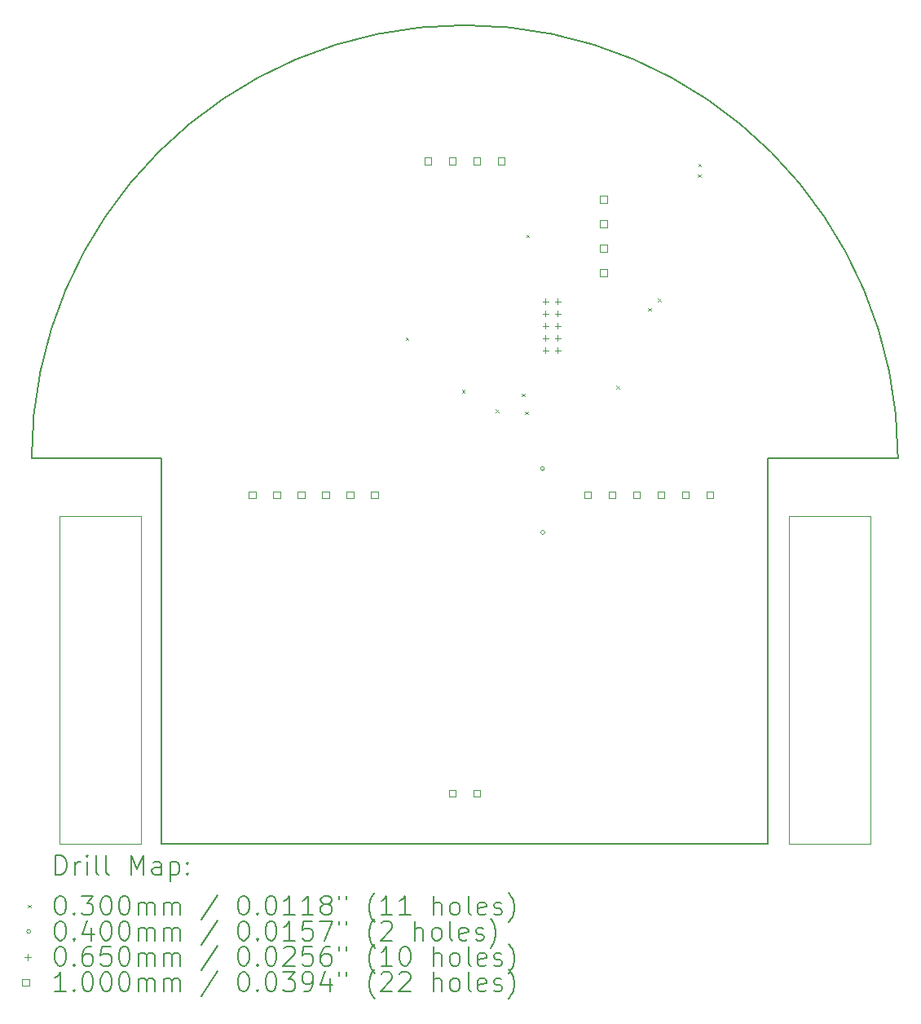
<source format=gbr>
%TF.GenerationSoftware,KiCad,Pcbnew,7.0.10*%
%TF.CreationDate,2024-02-05T11:36:40+01:00*%
%TF.ProjectId,minimouse,6d696e69-6d6f-4757-9365-2e6b69636164,rev?*%
%TF.SameCoordinates,Original*%
%TF.FileFunction,Drillmap*%
%TF.FilePolarity,Positive*%
%FSLAX45Y45*%
G04 Gerber Fmt 4.5, Leading zero omitted, Abs format (unit mm)*
G04 Created by KiCad (PCBNEW 7.0.10) date 2024-02-05 11:36:40*
%MOMM*%
%LPD*%
G01*
G04 APERTURE LIST*
%ADD10C,0.200000*%
%ADD11C,0.050000*%
%ADD12C,0.100000*%
G04 APERTURE END LIST*
D10*
X19500000Y-10000000D02*
G75*
G03*
X10500000Y-10000000I-4500000J0D01*
G01*
X18150000Y-14000000D02*
X11850000Y-14000000D01*
X11850000Y-10000000D02*
X10500000Y-10000000D01*
X18150000Y-10000000D02*
X18150000Y-14000000D01*
X19500000Y-10000000D02*
X18150000Y-10000000D01*
X11850000Y-14000000D02*
X11850000Y-10000000D01*
D11*
X10790000Y-10600000D02*
X11633000Y-10600000D01*
X11633000Y-14000000D01*
X10790000Y-14000000D01*
X10790000Y-10600000D01*
X19210000Y-14000000D02*
X18367000Y-14000000D01*
X18367000Y-10600000D01*
X19210000Y-10600000D01*
X19210000Y-14000000D01*
D10*
D12*
X14386250Y-8740750D02*
X14416250Y-8770750D01*
X14416250Y-8740750D02*
X14386250Y-8770750D01*
X14968250Y-9286750D02*
X14998250Y-9316750D01*
X14998250Y-9286750D02*
X14968250Y-9316750D01*
X15321020Y-9492786D02*
X15351020Y-9522786D01*
X15351020Y-9492786D02*
X15321020Y-9522786D01*
X15593250Y-9324750D02*
X15623250Y-9354750D01*
X15623250Y-9324750D02*
X15593250Y-9354750D01*
X15624250Y-9513750D02*
X15654250Y-9543750D01*
X15654250Y-9513750D02*
X15624250Y-9543750D01*
X15637250Y-7673750D02*
X15667250Y-7703750D01*
X15667250Y-7673750D02*
X15637250Y-7703750D01*
X16576750Y-9247250D02*
X16606750Y-9277250D01*
X16606750Y-9247250D02*
X16576750Y-9277250D01*
X16905255Y-8436745D02*
X16935255Y-8466745D01*
X16935255Y-8436745D02*
X16905255Y-8466745D01*
X17004250Y-8337750D02*
X17034250Y-8367750D01*
X17034250Y-8337750D02*
X17004250Y-8367750D01*
X17422622Y-7046750D02*
X17452622Y-7076750D01*
X17452622Y-7046750D02*
X17422622Y-7076750D01*
X17424250Y-6936750D02*
X17454250Y-6966750D01*
X17454250Y-6936750D02*
X17424250Y-6966750D01*
X15827250Y-10104750D02*
G75*
G03*
X15787250Y-10104750I-20000J0D01*
G01*
X15787250Y-10104750D02*
G75*
G03*
X15827250Y-10104750I20000J0D01*
G01*
X15831250Y-10767750D02*
G75*
G03*
X15791250Y-10767750I-20000J0D01*
G01*
X15791250Y-10767750D02*
G75*
G03*
X15831250Y-10767750I20000J0D01*
G01*
X15840250Y-8335250D02*
X15840250Y-8400250D01*
X15807750Y-8367750D02*
X15872750Y-8367750D01*
X15840250Y-8462250D02*
X15840250Y-8527250D01*
X15807750Y-8494750D02*
X15872750Y-8494750D01*
X15840250Y-8589250D02*
X15840250Y-8654250D01*
X15807750Y-8621750D02*
X15872750Y-8621750D01*
X15840250Y-8716250D02*
X15840250Y-8781250D01*
X15807750Y-8748750D02*
X15872750Y-8748750D01*
X15840250Y-8843250D02*
X15840250Y-8908250D01*
X15807750Y-8875750D02*
X15872750Y-8875750D01*
X15967250Y-8335250D02*
X15967250Y-8400250D01*
X15934750Y-8367750D02*
X15999750Y-8367750D01*
X15967250Y-8462250D02*
X15967250Y-8527250D01*
X15934750Y-8494750D02*
X15999750Y-8494750D01*
X15967250Y-8589250D02*
X15967250Y-8654250D01*
X15934750Y-8621750D02*
X15999750Y-8621750D01*
X15967250Y-8716250D02*
X15967250Y-8781250D01*
X15934750Y-8748750D02*
X15999750Y-8748750D01*
X15967250Y-8843250D02*
X15967250Y-8908250D01*
X15934750Y-8875750D02*
X15999750Y-8875750D01*
X12826606Y-10415106D02*
X12826606Y-10344394D01*
X12755894Y-10344394D01*
X12755894Y-10415106D01*
X12826606Y-10415106D01*
X13080606Y-10415106D02*
X13080606Y-10344394D01*
X13009894Y-10344394D01*
X13009894Y-10415106D01*
X13080606Y-10415106D01*
X13334606Y-10415106D02*
X13334606Y-10344394D01*
X13263894Y-10344394D01*
X13263894Y-10415106D01*
X13334606Y-10415106D01*
X13588606Y-10415106D02*
X13588606Y-10344394D01*
X13517894Y-10344394D01*
X13517894Y-10415106D01*
X13588606Y-10415106D01*
X13842606Y-10415106D02*
X13842606Y-10344394D01*
X13771894Y-10344394D01*
X13771894Y-10415106D01*
X13842606Y-10415106D01*
X14096606Y-10415106D02*
X14096606Y-10344394D01*
X14025894Y-10344394D01*
X14025894Y-10415106D01*
X14096606Y-10415106D01*
X14654356Y-6947856D02*
X14654356Y-6877144D01*
X14583644Y-6877144D01*
X14583644Y-6947856D01*
X14654356Y-6947856D01*
X14908356Y-6947856D02*
X14908356Y-6877144D01*
X14837644Y-6877144D01*
X14837644Y-6947856D01*
X14908356Y-6947856D01*
X14908356Y-13512856D02*
X14908356Y-13442144D01*
X14837644Y-13442144D01*
X14837644Y-13512856D01*
X14908356Y-13512856D01*
X15162356Y-6947856D02*
X15162356Y-6877144D01*
X15091644Y-6877144D01*
X15091644Y-6947856D01*
X15162356Y-6947856D01*
X15162356Y-13512856D02*
X15162356Y-13442144D01*
X15091644Y-13442144D01*
X15091644Y-13512856D01*
X15162356Y-13512856D01*
X15416356Y-6947856D02*
X15416356Y-6877144D01*
X15345644Y-6877144D01*
X15345644Y-6947856D01*
X15416356Y-6947856D01*
X16314356Y-10411356D02*
X16314356Y-10340644D01*
X16243644Y-10340644D01*
X16243644Y-10411356D01*
X16314356Y-10411356D01*
X16477606Y-7345106D02*
X16477606Y-7274394D01*
X16406894Y-7274394D01*
X16406894Y-7345106D01*
X16477606Y-7345106D01*
X16477606Y-7599106D02*
X16477606Y-7528394D01*
X16406894Y-7528394D01*
X16406894Y-7599106D01*
X16477606Y-7599106D01*
X16477606Y-7853106D02*
X16477606Y-7782394D01*
X16406894Y-7782394D01*
X16406894Y-7853106D01*
X16477606Y-7853106D01*
X16477606Y-8107106D02*
X16477606Y-8036394D01*
X16406894Y-8036394D01*
X16406894Y-8107106D01*
X16477606Y-8107106D01*
X16568356Y-10411356D02*
X16568356Y-10340644D01*
X16497644Y-10340644D01*
X16497644Y-10411356D01*
X16568356Y-10411356D01*
X16822356Y-10411356D02*
X16822356Y-10340644D01*
X16751644Y-10340644D01*
X16751644Y-10411356D01*
X16822356Y-10411356D01*
X17076356Y-10411356D02*
X17076356Y-10340644D01*
X17005644Y-10340644D01*
X17005644Y-10411356D01*
X17076356Y-10411356D01*
X17330356Y-10411356D02*
X17330356Y-10340644D01*
X17259644Y-10340644D01*
X17259644Y-10411356D01*
X17330356Y-10411356D01*
X17584356Y-10411356D02*
X17584356Y-10340644D01*
X17513644Y-10340644D01*
X17513644Y-10411356D01*
X17584356Y-10411356D01*
D10*
X10750777Y-14321484D02*
X10750777Y-14121484D01*
X10750777Y-14121484D02*
X10798396Y-14121484D01*
X10798396Y-14121484D02*
X10826967Y-14131008D01*
X10826967Y-14131008D02*
X10846015Y-14150055D01*
X10846015Y-14150055D02*
X10855539Y-14169103D01*
X10855539Y-14169103D02*
X10865063Y-14207198D01*
X10865063Y-14207198D02*
X10865063Y-14235769D01*
X10865063Y-14235769D02*
X10855539Y-14273865D01*
X10855539Y-14273865D02*
X10846015Y-14292912D01*
X10846015Y-14292912D02*
X10826967Y-14311960D01*
X10826967Y-14311960D02*
X10798396Y-14321484D01*
X10798396Y-14321484D02*
X10750777Y-14321484D01*
X10950777Y-14321484D02*
X10950777Y-14188150D01*
X10950777Y-14226246D02*
X10960301Y-14207198D01*
X10960301Y-14207198D02*
X10969824Y-14197674D01*
X10969824Y-14197674D02*
X10988872Y-14188150D01*
X10988872Y-14188150D02*
X11007920Y-14188150D01*
X11074586Y-14321484D02*
X11074586Y-14188150D01*
X11074586Y-14121484D02*
X11065063Y-14131008D01*
X11065063Y-14131008D02*
X11074586Y-14140531D01*
X11074586Y-14140531D02*
X11084110Y-14131008D01*
X11084110Y-14131008D02*
X11074586Y-14121484D01*
X11074586Y-14121484D02*
X11074586Y-14140531D01*
X11198396Y-14321484D02*
X11179348Y-14311960D01*
X11179348Y-14311960D02*
X11169824Y-14292912D01*
X11169824Y-14292912D02*
X11169824Y-14121484D01*
X11303158Y-14321484D02*
X11284110Y-14311960D01*
X11284110Y-14311960D02*
X11274586Y-14292912D01*
X11274586Y-14292912D02*
X11274586Y-14121484D01*
X11531729Y-14321484D02*
X11531729Y-14121484D01*
X11531729Y-14121484D02*
X11598396Y-14264341D01*
X11598396Y-14264341D02*
X11665062Y-14121484D01*
X11665062Y-14121484D02*
X11665062Y-14321484D01*
X11846015Y-14321484D02*
X11846015Y-14216722D01*
X11846015Y-14216722D02*
X11836491Y-14197674D01*
X11836491Y-14197674D02*
X11817443Y-14188150D01*
X11817443Y-14188150D02*
X11779348Y-14188150D01*
X11779348Y-14188150D02*
X11760301Y-14197674D01*
X11846015Y-14311960D02*
X11826967Y-14321484D01*
X11826967Y-14321484D02*
X11779348Y-14321484D01*
X11779348Y-14321484D02*
X11760301Y-14311960D01*
X11760301Y-14311960D02*
X11750777Y-14292912D01*
X11750777Y-14292912D02*
X11750777Y-14273865D01*
X11750777Y-14273865D02*
X11760301Y-14254817D01*
X11760301Y-14254817D02*
X11779348Y-14245293D01*
X11779348Y-14245293D02*
X11826967Y-14245293D01*
X11826967Y-14245293D02*
X11846015Y-14235769D01*
X11941253Y-14188150D02*
X11941253Y-14388150D01*
X11941253Y-14197674D02*
X11960301Y-14188150D01*
X11960301Y-14188150D02*
X11998396Y-14188150D01*
X11998396Y-14188150D02*
X12017443Y-14197674D01*
X12017443Y-14197674D02*
X12026967Y-14207198D01*
X12026967Y-14207198D02*
X12036491Y-14226246D01*
X12036491Y-14226246D02*
X12036491Y-14283388D01*
X12036491Y-14283388D02*
X12026967Y-14302436D01*
X12026967Y-14302436D02*
X12017443Y-14311960D01*
X12017443Y-14311960D02*
X11998396Y-14321484D01*
X11998396Y-14321484D02*
X11960301Y-14321484D01*
X11960301Y-14321484D02*
X11941253Y-14311960D01*
X12122205Y-14302436D02*
X12131729Y-14311960D01*
X12131729Y-14311960D02*
X12122205Y-14321484D01*
X12122205Y-14321484D02*
X12112682Y-14311960D01*
X12112682Y-14311960D02*
X12122205Y-14302436D01*
X12122205Y-14302436D02*
X12122205Y-14321484D01*
X12122205Y-14197674D02*
X12131729Y-14207198D01*
X12131729Y-14207198D02*
X12122205Y-14216722D01*
X12122205Y-14216722D02*
X12112682Y-14207198D01*
X12112682Y-14207198D02*
X12122205Y-14197674D01*
X12122205Y-14197674D02*
X12122205Y-14216722D01*
D12*
X10460000Y-14635000D02*
X10490000Y-14665000D01*
X10490000Y-14635000D02*
X10460000Y-14665000D01*
D10*
X10788872Y-14541484D02*
X10807920Y-14541484D01*
X10807920Y-14541484D02*
X10826967Y-14551008D01*
X10826967Y-14551008D02*
X10836491Y-14560531D01*
X10836491Y-14560531D02*
X10846015Y-14579579D01*
X10846015Y-14579579D02*
X10855539Y-14617674D01*
X10855539Y-14617674D02*
X10855539Y-14665293D01*
X10855539Y-14665293D02*
X10846015Y-14703388D01*
X10846015Y-14703388D02*
X10836491Y-14722436D01*
X10836491Y-14722436D02*
X10826967Y-14731960D01*
X10826967Y-14731960D02*
X10807920Y-14741484D01*
X10807920Y-14741484D02*
X10788872Y-14741484D01*
X10788872Y-14741484D02*
X10769824Y-14731960D01*
X10769824Y-14731960D02*
X10760301Y-14722436D01*
X10760301Y-14722436D02*
X10750777Y-14703388D01*
X10750777Y-14703388D02*
X10741253Y-14665293D01*
X10741253Y-14665293D02*
X10741253Y-14617674D01*
X10741253Y-14617674D02*
X10750777Y-14579579D01*
X10750777Y-14579579D02*
X10760301Y-14560531D01*
X10760301Y-14560531D02*
X10769824Y-14551008D01*
X10769824Y-14551008D02*
X10788872Y-14541484D01*
X10941253Y-14722436D02*
X10950777Y-14731960D01*
X10950777Y-14731960D02*
X10941253Y-14741484D01*
X10941253Y-14741484D02*
X10931729Y-14731960D01*
X10931729Y-14731960D02*
X10941253Y-14722436D01*
X10941253Y-14722436D02*
X10941253Y-14741484D01*
X11017444Y-14541484D02*
X11141253Y-14541484D01*
X11141253Y-14541484D02*
X11074586Y-14617674D01*
X11074586Y-14617674D02*
X11103158Y-14617674D01*
X11103158Y-14617674D02*
X11122205Y-14627198D01*
X11122205Y-14627198D02*
X11131729Y-14636722D01*
X11131729Y-14636722D02*
X11141253Y-14655769D01*
X11141253Y-14655769D02*
X11141253Y-14703388D01*
X11141253Y-14703388D02*
X11131729Y-14722436D01*
X11131729Y-14722436D02*
X11122205Y-14731960D01*
X11122205Y-14731960D02*
X11103158Y-14741484D01*
X11103158Y-14741484D02*
X11046015Y-14741484D01*
X11046015Y-14741484D02*
X11026967Y-14731960D01*
X11026967Y-14731960D02*
X11017444Y-14722436D01*
X11265062Y-14541484D02*
X11284110Y-14541484D01*
X11284110Y-14541484D02*
X11303158Y-14551008D01*
X11303158Y-14551008D02*
X11312682Y-14560531D01*
X11312682Y-14560531D02*
X11322205Y-14579579D01*
X11322205Y-14579579D02*
X11331729Y-14617674D01*
X11331729Y-14617674D02*
X11331729Y-14665293D01*
X11331729Y-14665293D02*
X11322205Y-14703388D01*
X11322205Y-14703388D02*
X11312682Y-14722436D01*
X11312682Y-14722436D02*
X11303158Y-14731960D01*
X11303158Y-14731960D02*
X11284110Y-14741484D01*
X11284110Y-14741484D02*
X11265062Y-14741484D01*
X11265062Y-14741484D02*
X11246015Y-14731960D01*
X11246015Y-14731960D02*
X11236491Y-14722436D01*
X11236491Y-14722436D02*
X11226967Y-14703388D01*
X11226967Y-14703388D02*
X11217443Y-14665293D01*
X11217443Y-14665293D02*
X11217443Y-14617674D01*
X11217443Y-14617674D02*
X11226967Y-14579579D01*
X11226967Y-14579579D02*
X11236491Y-14560531D01*
X11236491Y-14560531D02*
X11246015Y-14551008D01*
X11246015Y-14551008D02*
X11265062Y-14541484D01*
X11455539Y-14541484D02*
X11474586Y-14541484D01*
X11474586Y-14541484D02*
X11493634Y-14551008D01*
X11493634Y-14551008D02*
X11503158Y-14560531D01*
X11503158Y-14560531D02*
X11512682Y-14579579D01*
X11512682Y-14579579D02*
X11522205Y-14617674D01*
X11522205Y-14617674D02*
X11522205Y-14665293D01*
X11522205Y-14665293D02*
X11512682Y-14703388D01*
X11512682Y-14703388D02*
X11503158Y-14722436D01*
X11503158Y-14722436D02*
X11493634Y-14731960D01*
X11493634Y-14731960D02*
X11474586Y-14741484D01*
X11474586Y-14741484D02*
X11455539Y-14741484D01*
X11455539Y-14741484D02*
X11436491Y-14731960D01*
X11436491Y-14731960D02*
X11426967Y-14722436D01*
X11426967Y-14722436D02*
X11417443Y-14703388D01*
X11417443Y-14703388D02*
X11407920Y-14665293D01*
X11407920Y-14665293D02*
X11407920Y-14617674D01*
X11407920Y-14617674D02*
X11417443Y-14579579D01*
X11417443Y-14579579D02*
X11426967Y-14560531D01*
X11426967Y-14560531D02*
X11436491Y-14551008D01*
X11436491Y-14551008D02*
X11455539Y-14541484D01*
X11607920Y-14741484D02*
X11607920Y-14608150D01*
X11607920Y-14627198D02*
X11617443Y-14617674D01*
X11617443Y-14617674D02*
X11636491Y-14608150D01*
X11636491Y-14608150D02*
X11665063Y-14608150D01*
X11665063Y-14608150D02*
X11684110Y-14617674D01*
X11684110Y-14617674D02*
X11693634Y-14636722D01*
X11693634Y-14636722D02*
X11693634Y-14741484D01*
X11693634Y-14636722D02*
X11703158Y-14617674D01*
X11703158Y-14617674D02*
X11722205Y-14608150D01*
X11722205Y-14608150D02*
X11750777Y-14608150D01*
X11750777Y-14608150D02*
X11769824Y-14617674D01*
X11769824Y-14617674D02*
X11779348Y-14636722D01*
X11779348Y-14636722D02*
X11779348Y-14741484D01*
X11874586Y-14741484D02*
X11874586Y-14608150D01*
X11874586Y-14627198D02*
X11884110Y-14617674D01*
X11884110Y-14617674D02*
X11903158Y-14608150D01*
X11903158Y-14608150D02*
X11931729Y-14608150D01*
X11931729Y-14608150D02*
X11950777Y-14617674D01*
X11950777Y-14617674D02*
X11960301Y-14636722D01*
X11960301Y-14636722D02*
X11960301Y-14741484D01*
X11960301Y-14636722D02*
X11969824Y-14617674D01*
X11969824Y-14617674D02*
X11988872Y-14608150D01*
X11988872Y-14608150D02*
X12017443Y-14608150D01*
X12017443Y-14608150D02*
X12036491Y-14617674D01*
X12036491Y-14617674D02*
X12046015Y-14636722D01*
X12046015Y-14636722D02*
X12046015Y-14741484D01*
X12436491Y-14531960D02*
X12265063Y-14789103D01*
X12693634Y-14541484D02*
X12712682Y-14541484D01*
X12712682Y-14541484D02*
X12731729Y-14551008D01*
X12731729Y-14551008D02*
X12741253Y-14560531D01*
X12741253Y-14560531D02*
X12750777Y-14579579D01*
X12750777Y-14579579D02*
X12760301Y-14617674D01*
X12760301Y-14617674D02*
X12760301Y-14665293D01*
X12760301Y-14665293D02*
X12750777Y-14703388D01*
X12750777Y-14703388D02*
X12741253Y-14722436D01*
X12741253Y-14722436D02*
X12731729Y-14731960D01*
X12731729Y-14731960D02*
X12712682Y-14741484D01*
X12712682Y-14741484D02*
X12693634Y-14741484D01*
X12693634Y-14741484D02*
X12674586Y-14731960D01*
X12674586Y-14731960D02*
X12665063Y-14722436D01*
X12665063Y-14722436D02*
X12655539Y-14703388D01*
X12655539Y-14703388D02*
X12646015Y-14665293D01*
X12646015Y-14665293D02*
X12646015Y-14617674D01*
X12646015Y-14617674D02*
X12655539Y-14579579D01*
X12655539Y-14579579D02*
X12665063Y-14560531D01*
X12665063Y-14560531D02*
X12674586Y-14551008D01*
X12674586Y-14551008D02*
X12693634Y-14541484D01*
X12846015Y-14722436D02*
X12855539Y-14731960D01*
X12855539Y-14731960D02*
X12846015Y-14741484D01*
X12846015Y-14741484D02*
X12836491Y-14731960D01*
X12836491Y-14731960D02*
X12846015Y-14722436D01*
X12846015Y-14722436D02*
X12846015Y-14741484D01*
X12979348Y-14541484D02*
X12998396Y-14541484D01*
X12998396Y-14541484D02*
X13017444Y-14551008D01*
X13017444Y-14551008D02*
X13026967Y-14560531D01*
X13026967Y-14560531D02*
X13036491Y-14579579D01*
X13036491Y-14579579D02*
X13046015Y-14617674D01*
X13046015Y-14617674D02*
X13046015Y-14665293D01*
X13046015Y-14665293D02*
X13036491Y-14703388D01*
X13036491Y-14703388D02*
X13026967Y-14722436D01*
X13026967Y-14722436D02*
X13017444Y-14731960D01*
X13017444Y-14731960D02*
X12998396Y-14741484D01*
X12998396Y-14741484D02*
X12979348Y-14741484D01*
X12979348Y-14741484D02*
X12960301Y-14731960D01*
X12960301Y-14731960D02*
X12950777Y-14722436D01*
X12950777Y-14722436D02*
X12941253Y-14703388D01*
X12941253Y-14703388D02*
X12931729Y-14665293D01*
X12931729Y-14665293D02*
X12931729Y-14617674D01*
X12931729Y-14617674D02*
X12941253Y-14579579D01*
X12941253Y-14579579D02*
X12950777Y-14560531D01*
X12950777Y-14560531D02*
X12960301Y-14551008D01*
X12960301Y-14551008D02*
X12979348Y-14541484D01*
X13236491Y-14741484D02*
X13122206Y-14741484D01*
X13179348Y-14741484D02*
X13179348Y-14541484D01*
X13179348Y-14541484D02*
X13160301Y-14570055D01*
X13160301Y-14570055D02*
X13141253Y-14589103D01*
X13141253Y-14589103D02*
X13122206Y-14598627D01*
X13426967Y-14741484D02*
X13312682Y-14741484D01*
X13369825Y-14741484D02*
X13369825Y-14541484D01*
X13369825Y-14541484D02*
X13350777Y-14570055D01*
X13350777Y-14570055D02*
X13331729Y-14589103D01*
X13331729Y-14589103D02*
X13312682Y-14598627D01*
X13541253Y-14627198D02*
X13522206Y-14617674D01*
X13522206Y-14617674D02*
X13512682Y-14608150D01*
X13512682Y-14608150D02*
X13503158Y-14589103D01*
X13503158Y-14589103D02*
X13503158Y-14579579D01*
X13503158Y-14579579D02*
X13512682Y-14560531D01*
X13512682Y-14560531D02*
X13522206Y-14551008D01*
X13522206Y-14551008D02*
X13541253Y-14541484D01*
X13541253Y-14541484D02*
X13579348Y-14541484D01*
X13579348Y-14541484D02*
X13598396Y-14551008D01*
X13598396Y-14551008D02*
X13607920Y-14560531D01*
X13607920Y-14560531D02*
X13617444Y-14579579D01*
X13617444Y-14579579D02*
X13617444Y-14589103D01*
X13617444Y-14589103D02*
X13607920Y-14608150D01*
X13607920Y-14608150D02*
X13598396Y-14617674D01*
X13598396Y-14617674D02*
X13579348Y-14627198D01*
X13579348Y-14627198D02*
X13541253Y-14627198D01*
X13541253Y-14627198D02*
X13522206Y-14636722D01*
X13522206Y-14636722D02*
X13512682Y-14646246D01*
X13512682Y-14646246D02*
X13503158Y-14665293D01*
X13503158Y-14665293D02*
X13503158Y-14703388D01*
X13503158Y-14703388D02*
X13512682Y-14722436D01*
X13512682Y-14722436D02*
X13522206Y-14731960D01*
X13522206Y-14731960D02*
X13541253Y-14741484D01*
X13541253Y-14741484D02*
X13579348Y-14741484D01*
X13579348Y-14741484D02*
X13598396Y-14731960D01*
X13598396Y-14731960D02*
X13607920Y-14722436D01*
X13607920Y-14722436D02*
X13617444Y-14703388D01*
X13617444Y-14703388D02*
X13617444Y-14665293D01*
X13617444Y-14665293D02*
X13607920Y-14646246D01*
X13607920Y-14646246D02*
X13598396Y-14636722D01*
X13598396Y-14636722D02*
X13579348Y-14627198D01*
X13693634Y-14541484D02*
X13693634Y-14579579D01*
X13769825Y-14541484D02*
X13769825Y-14579579D01*
X14065063Y-14817674D02*
X14055539Y-14808150D01*
X14055539Y-14808150D02*
X14036491Y-14779579D01*
X14036491Y-14779579D02*
X14026968Y-14760531D01*
X14026968Y-14760531D02*
X14017444Y-14731960D01*
X14017444Y-14731960D02*
X14007920Y-14684341D01*
X14007920Y-14684341D02*
X14007920Y-14646246D01*
X14007920Y-14646246D02*
X14017444Y-14598627D01*
X14017444Y-14598627D02*
X14026968Y-14570055D01*
X14026968Y-14570055D02*
X14036491Y-14551008D01*
X14036491Y-14551008D02*
X14055539Y-14522436D01*
X14055539Y-14522436D02*
X14065063Y-14512912D01*
X14246015Y-14741484D02*
X14131729Y-14741484D01*
X14188872Y-14741484D02*
X14188872Y-14541484D01*
X14188872Y-14541484D02*
X14169825Y-14570055D01*
X14169825Y-14570055D02*
X14150777Y-14589103D01*
X14150777Y-14589103D02*
X14131729Y-14598627D01*
X14436491Y-14741484D02*
X14322206Y-14741484D01*
X14379348Y-14741484D02*
X14379348Y-14541484D01*
X14379348Y-14541484D02*
X14360301Y-14570055D01*
X14360301Y-14570055D02*
X14341253Y-14589103D01*
X14341253Y-14589103D02*
X14322206Y-14598627D01*
X14674587Y-14741484D02*
X14674587Y-14541484D01*
X14760301Y-14741484D02*
X14760301Y-14636722D01*
X14760301Y-14636722D02*
X14750777Y-14617674D01*
X14750777Y-14617674D02*
X14731730Y-14608150D01*
X14731730Y-14608150D02*
X14703158Y-14608150D01*
X14703158Y-14608150D02*
X14684110Y-14617674D01*
X14684110Y-14617674D02*
X14674587Y-14627198D01*
X14884110Y-14741484D02*
X14865063Y-14731960D01*
X14865063Y-14731960D02*
X14855539Y-14722436D01*
X14855539Y-14722436D02*
X14846015Y-14703388D01*
X14846015Y-14703388D02*
X14846015Y-14646246D01*
X14846015Y-14646246D02*
X14855539Y-14627198D01*
X14855539Y-14627198D02*
X14865063Y-14617674D01*
X14865063Y-14617674D02*
X14884110Y-14608150D01*
X14884110Y-14608150D02*
X14912682Y-14608150D01*
X14912682Y-14608150D02*
X14931730Y-14617674D01*
X14931730Y-14617674D02*
X14941253Y-14627198D01*
X14941253Y-14627198D02*
X14950777Y-14646246D01*
X14950777Y-14646246D02*
X14950777Y-14703388D01*
X14950777Y-14703388D02*
X14941253Y-14722436D01*
X14941253Y-14722436D02*
X14931730Y-14731960D01*
X14931730Y-14731960D02*
X14912682Y-14741484D01*
X14912682Y-14741484D02*
X14884110Y-14741484D01*
X15065063Y-14741484D02*
X15046015Y-14731960D01*
X15046015Y-14731960D02*
X15036491Y-14712912D01*
X15036491Y-14712912D02*
X15036491Y-14541484D01*
X15217444Y-14731960D02*
X15198396Y-14741484D01*
X15198396Y-14741484D02*
X15160301Y-14741484D01*
X15160301Y-14741484D02*
X15141253Y-14731960D01*
X15141253Y-14731960D02*
X15131730Y-14712912D01*
X15131730Y-14712912D02*
X15131730Y-14636722D01*
X15131730Y-14636722D02*
X15141253Y-14617674D01*
X15141253Y-14617674D02*
X15160301Y-14608150D01*
X15160301Y-14608150D02*
X15198396Y-14608150D01*
X15198396Y-14608150D02*
X15217444Y-14617674D01*
X15217444Y-14617674D02*
X15226968Y-14636722D01*
X15226968Y-14636722D02*
X15226968Y-14655769D01*
X15226968Y-14655769D02*
X15131730Y-14674817D01*
X15303158Y-14731960D02*
X15322206Y-14741484D01*
X15322206Y-14741484D02*
X15360301Y-14741484D01*
X15360301Y-14741484D02*
X15379349Y-14731960D01*
X15379349Y-14731960D02*
X15388872Y-14712912D01*
X15388872Y-14712912D02*
X15388872Y-14703388D01*
X15388872Y-14703388D02*
X15379349Y-14684341D01*
X15379349Y-14684341D02*
X15360301Y-14674817D01*
X15360301Y-14674817D02*
X15331730Y-14674817D01*
X15331730Y-14674817D02*
X15312682Y-14665293D01*
X15312682Y-14665293D02*
X15303158Y-14646246D01*
X15303158Y-14646246D02*
X15303158Y-14636722D01*
X15303158Y-14636722D02*
X15312682Y-14617674D01*
X15312682Y-14617674D02*
X15331730Y-14608150D01*
X15331730Y-14608150D02*
X15360301Y-14608150D01*
X15360301Y-14608150D02*
X15379349Y-14617674D01*
X15455539Y-14817674D02*
X15465063Y-14808150D01*
X15465063Y-14808150D02*
X15484111Y-14779579D01*
X15484111Y-14779579D02*
X15493634Y-14760531D01*
X15493634Y-14760531D02*
X15503158Y-14731960D01*
X15503158Y-14731960D02*
X15512682Y-14684341D01*
X15512682Y-14684341D02*
X15512682Y-14646246D01*
X15512682Y-14646246D02*
X15503158Y-14598627D01*
X15503158Y-14598627D02*
X15493634Y-14570055D01*
X15493634Y-14570055D02*
X15484111Y-14551008D01*
X15484111Y-14551008D02*
X15465063Y-14522436D01*
X15465063Y-14522436D02*
X15455539Y-14512912D01*
D12*
X10490000Y-14914000D02*
G75*
G03*
X10450000Y-14914000I-20000J0D01*
G01*
X10450000Y-14914000D02*
G75*
G03*
X10490000Y-14914000I20000J0D01*
G01*
D10*
X10788872Y-14805484D02*
X10807920Y-14805484D01*
X10807920Y-14805484D02*
X10826967Y-14815008D01*
X10826967Y-14815008D02*
X10836491Y-14824531D01*
X10836491Y-14824531D02*
X10846015Y-14843579D01*
X10846015Y-14843579D02*
X10855539Y-14881674D01*
X10855539Y-14881674D02*
X10855539Y-14929293D01*
X10855539Y-14929293D02*
X10846015Y-14967388D01*
X10846015Y-14967388D02*
X10836491Y-14986436D01*
X10836491Y-14986436D02*
X10826967Y-14995960D01*
X10826967Y-14995960D02*
X10807920Y-15005484D01*
X10807920Y-15005484D02*
X10788872Y-15005484D01*
X10788872Y-15005484D02*
X10769824Y-14995960D01*
X10769824Y-14995960D02*
X10760301Y-14986436D01*
X10760301Y-14986436D02*
X10750777Y-14967388D01*
X10750777Y-14967388D02*
X10741253Y-14929293D01*
X10741253Y-14929293D02*
X10741253Y-14881674D01*
X10741253Y-14881674D02*
X10750777Y-14843579D01*
X10750777Y-14843579D02*
X10760301Y-14824531D01*
X10760301Y-14824531D02*
X10769824Y-14815008D01*
X10769824Y-14815008D02*
X10788872Y-14805484D01*
X10941253Y-14986436D02*
X10950777Y-14995960D01*
X10950777Y-14995960D02*
X10941253Y-15005484D01*
X10941253Y-15005484D02*
X10931729Y-14995960D01*
X10931729Y-14995960D02*
X10941253Y-14986436D01*
X10941253Y-14986436D02*
X10941253Y-15005484D01*
X11122205Y-14872150D02*
X11122205Y-15005484D01*
X11074586Y-14795960D02*
X11026967Y-14938817D01*
X11026967Y-14938817D02*
X11150777Y-14938817D01*
X11265062Y-14805484D02*
X11284110Y-14805484D01*
X11284110Y-14805484D02*
X11303158Y-14815008D01*
X11303158Y-14815008D02*
X11312682Y-14824531D01*
X11312682Y-14824531D02*
X11322205Y-14843579D01*
X11322205Y-14843579D02*
X11331729Y-14881674D01*
X11331729Y-14881674D02*
X11331729Y-14929293D01*
X11331729Y-14929293D02*
X11322205Y-14967388D01*
X11322205Y-14967388D02*
X11312682Y-14986436D01*
X11312682Y-14986436D02*
X11303158Y-14995960D01*
X11303158Y-14995960D02*
X11284110Y-15005484D01*
X11284110Y-15005484D02*
X11265062Y-15005484D01*
X11265062Y-15005484D02*
X11246015Y-14995960D01*
X11246015Y-14995960D02*
X11236491Y-14986436D01*
X11236491Y-14986436D02*
X11226967Y-14967388D01*
X11226967Y-14967388D02*
X11217443Y-14929293D01*
X11217443Y-14929293D02*
X11217443Y-14881674D01*
X11217443Y-14881674D02*
X11226967Y-14843579D01*
X11226967Y-14843579D02*
X11236491Y-14824531D01*
X11236491Y-14824531D02*
X11246015Y-14815008D01*
X11246015Y-14815008D02*
X11265062Y-14805484D01*
X11455539Y-14805484D02*
X11474586Y-14805484D01*
X11474586Y-14805484D02*
X11493634Y-14815008D01*
X11493634Y-14815008D02*
X11503158Y-14824531D01*
X11503158Y-14824531D02*
X11512682Y-14843579D01*
X11512682Y-14843579D02*
X11522205Y-14881674D01*
X11522205Y-14881674D02*
X11522205Y-14929293D01*
X11522205Y-14929293D02*
X11512682Y-14967388D01*
X11512682Y-14967388D02*
X11503158Y-14986436D01*
X11503158Y-14986436D02*
X11493634Y-14995960D01*
X11493634Y-14995960D02*
X11474586Y-15005484D01*
X11474586Y-15005484D02*
X11455539Y-15005484D01*
X11455539Y-15005484D02*
X11436491Y-14995960D01*
X11436491Y-14995960D02*
X11426967Y-14986436D01*
X11426967Y-14986436D02*
X11417443Y-14967388D01*
X11417443Y-14967388D02*
X11407920Y-14929293D01*
X11407920Y-14929293D02*
X11407920Y-14881674D01*
X11407920Y-14881674D02*
X11417443Y-14843579D01*
X11417443Y-14843579D02*
X11426967Y-14824531D01*
X11426967Y-14824531D02*
X11436491Y-14815008D01*
X11436491Y-14815008D02*
X11455539Y-14805484D01*
X11607920Y-15005484D02*
X11607920Y-14872150D01*
X11607920Y-14891198D02*
X11617443Y-14881674D01*
X11617443Y-14881674D02*
X11636491Y-14872150D01*
X11636491Y-14872150D02*
X11665063Y-14872150D01*
X11665063Y-14872150D02*
X11684110Y-14881674D01*
X11684110Y-14881674D02*
X11693634Y-14900722D01*
X11693634Y-14900722D02*
X11693634Y-15005484D01*
X11693634Y-14900722D02*
X11703158Y-14881674D01*
X11703158Y-14881674D02*
X11722205Y-14872150D01*
X11722205Y-14872150D02*
X11750777Y-14872150D01*
X11750777Y-14872150D02*
X11769824Y-14881674D01*
X11769824Y-14881674D02*
X11779348Y-14900722D01*
X11779348Y-14900722D02*
X11779348Y-15005484D01*
X11874586Y-15005484D02*
X11874586Y-14872150D01*
X11874586Y-14891198D02*
X11884110Y-14881674D01*
X11884110Y-14881674D02*
X11903158Y-14872150D01*
X11903158Y-14872150D02*
X11931729Y-14872150D01*
X11931729Y-14872150D02*
X11950777Y-14881674D01*
X11950777Y-14881674D02*
X11960301Y-14900722D01*
X11960301Y-14900722D02*
X11960301Y-15005484D01*
X11960301Y-14900722D02*
X11969824Y-14881674D01*
X11969824Y-14881674D02*
X11988872Y-14872150D01*
X11988872Y-14872150D02*
X12017443Y-14872150D01*
X12017443Y-14872150D02*
X12036491Y-14881674D01*
X12036491Y-14881674D02*
X12046015Y-14900722D01*
X12046015Y-14900722D02*
X12046015Y-15005484D01*
X12436491Y-14795960D02*
X12265063Y-15053103D01*
X12693634Y-14805484D02*
X12712682Y-14805484D01*
X12712682Y-14805484D02*
X12731729Y-14815008D01*
X12731729Y-14815008D02*
X12741253Y-14824531D01*
X12741253Y-14824531D02*
X12750777Y-14843579D01*
X12750777Y-14843579D02*
X12760301Y-14881674D01*
X12760301Y-14881674D02*
X12760301Y-14929293D01*
X12760301Y-14929293D02*
X12750777Y-14967388D01*
X12750777Y-14967388D02*
X12741253Y-14986436D01*
X12741253Y-14986436D02*
X12731729Y-14995960D01*
X12731729Y-14995960D02*
X12712682Y-15005484D01*
X12712682Y-15005484D02*
X12693634Y-15005484D01*
X12693634Y-15005484D02*
X12674586Y-14995960D01*
X12674586Y-14995960D02*
X12665063Y-14986436D01*
X12665063Y-14986436D02*
X12655539Y-14967388D01*
X12655539Y-14967388D02*
X12646015Y-14929293D01*
X12646015Y-14929293D02*
X12646015Y-14881674D01*
X12646015Y-14881674D02*
X12655539Y-14843579D01*
X12655539Y-14843579D02*
X12665063Y-14824531D01*
X12665063Y-14824531D02*
X12674586Y-14815008D01*
X12674586Y-14815008D02*
X12693634Y-14805484D01*
X12846015Y-14986436D02*
X12855539Y-14995960D01*
X12855539Y-14995960D02*
X12846015Y-15005484D01*
X12846015Y-15005484D02*
X12836491Y-14995960D01*
X12836491Y-14995960D02*
X12846015Y-14986436D01*
X12846015Y-14986436D02*
X12846015Y-15005484D01*
X12979348Y-14805484D02*
X12998396Y-14805484D01*
X12998396Y-14805484D02*
X13017444Y-14815008D01*
X13017444Y-14815008D02*
X13026967Y-14824531D01*
X13026967Y-14824531D02*
X13036491Y-14843579D01*
X13036491Y-14843579D02*
X13046015Y-14881674D01*
X13046015Y-14881674D02*
X13046015Y-14929293D01*
X13046015Y-14929293D02*
X13036491Y-14967388D01*
X13036491Y-14967388D02*
X13026967Y-14986436D01*
X13026967Y-14986436D02*
X13017444Y-14995960D01*
X13017444Y-14995960D02*
X12998396Y-15005484D01*
X12998396Y-15005484D02*
X12979348Y-15005484D01*
X12979348Y-15005484D02*
X12960301Y-14995960D01*
X12960301Y-14995960D02*
X12950777Y-14986436D01*
X12950777Y-14986436D02*
X12941253Y-14967388D01*
X12941253Y-14967388D02*
X12931729Y-14929293D01*
X12931729Y-14929293D02*
X12931729Y-14881674D01*
X12931729Y-14881674D02*
X12941253Y-14843579D01*
X12941253Y-14843579D02*
X12950777Y-14824531D01*
X12950777Y-14824531D02*
X12960301Y-14815008D01*
X12960301Y-14815008D02*
X12979348Y-14805484D01*
X13236491Y-15005484D02*
X13122206Y-15005484D01*
X13179348Y-15005484D02*
X13179348Y-14805484D01*
X13179348Y-14805484D02*
X13160301Y-14834055D01*
X13160301Y-14834055D02*
X13141253Y-14853103D01*
X13141253Y-14853103D02*
X13122206Y-14862627D01*
X13417444Y-14805484D02*
X13322206Y-14805484D01*
X13322206Y-14805484D02*
X13312682Y-14900722D01*
X13312682Y-14900722D02*
X13322206Y-14891198D01*
X13322206Y-14891198D02*
X13341253Y-14881674D01*
X13341253Y-14881674D02*
X13388872Y-14881674D01*
X13388872Y-14881674D02*
X13407920Y-14891198D01*
X13407920Y-14891198D02*
X13417444Y-14900722D01*
X13417444Y-14900722D02*
X13426967Y-14919769D01*
X13426967Y-14919769D02*
X13426967Y-14967388D01*
X13426967Y-14967388D02*
X13417444Y-14986436D01*
X13417444Y-14986436D02*
X13407920Y-14995960D01*
X13407920Y-14995960D02*
X13388872Y-15005484D01*
X13388872Y-15005484D02*
X13341253Y-15005484D01*
X13341253Y-15005484D02*
X13322206Y-14995960D01*
X13322206Y-14995960D02*
X13312682Y-14986436D01*
X13493634Y-14805484D02*
X13626967Y-14805484D01*
X13626967Y-14805484D02*
X13541253Y-15005484D01*
X13693634Y-14805484D02*
X13693634Y-14843579D01*
X13769825Y-14805484D02*
X13769825Y-14843579D01*
X14065063Y-15081674D02*
X14055539Y-15072150D01*
X14055539Y-15072150D02*
X14036491Y-15043579D01*
X14036491Y-15043579D02*
X14026968Y-15024531D01*
X14026968Y-15024531D02*
X14017444Y-14995960D01*
X14017444Y-14995960D02*
X14007920Y-14948341D01*
X14007920Y-14948341D02*
X14007920Y-14910246D01*
X14007920Y-14910246D02*
X14017444Y-14862627D01*
X14017444Y-14862627D02*
X14026968Y-14834055D01*
X14026968Y-14834055D02*
X14036491Y-14815008D01*
X14036491Y-14815008D02*
X14055539Y-14786436D01*
X14055539Y-14786436D02*
X14065063Y-14776912D01*
X14131729Y-14824531D02*
X14141253Y-14815008D01*
X14141253Y-14815008D02*
X14160301Y-14805484D01*
X14160301Y-14805484D02*
X14207920Y-14805484D01*
X14207920Y-14805484D02*
X14226968Y-14815008D01*
X14226968Y-14815008D02*
X14236491Y-14824531D01*
X14236491Y-14824531D02*
X14246015Y-14843579D01*
X14246015Y-14843579D02*
X14246015Y-14862627D01*
X14246015Y-14862627D02*
X14236491Y-14891198D01*
X14236491Y-14891198D02*
X14122206Y-15005484D01*
X14122206Y-15005484D02*
X14246015Y-15005484D01*
X14484110Y-15005484D02*
X14484110Y-14805484D01*
X14569825Y-15005484D02*
X14569825Y-14900722D01*
X14569825Y-14900722D02*
X14560301Y-14881674D01*
X14560301Y-14881674D02*
X14541253Y-14872150D01*
X14541253Y-14872150D02*
X14512682Y-14872150D01*
X14512682Y-14872150D02*
X14493634Y-14881674D01*
X14493634Y-14881674D02*
X14484110Y-14891198D01*
X14693634Y-15005484D02*
X14674587Y-14995960D01*
X14674587Y-14995960D02*
X14665063Y-14986436D01*
X14665063Y-14986436D02*
X14655539Y-14967388D01*
X14655539Y-14967388D02*
X14655539Y-14910246D01*
X14655539Y-14910246D02*
X14665063Y-14891198D01*
X14665063Y-14891198D02*
X14674587Y-14881674D01*
X14674587Y-14881674D02*
X14693634Y-14872150D01*
X14693634Y-14872150D02*
X14722206Y-14872150D01*
X14722206Y-14872150D02*
X14741253Y-14881674D01*
X14741253Y-14881674D02*
X14750777Y-14891198D01*
X14750777Y-14891198D02*
X14760301Y-14910246D01*
X14760301Y-14910246D02*
X14760301Y-14967388D01*
X14760301Y-14967388D02*
X14750777Y-14986436D01*
X14750777Y-14986436D02*
X14741253Y-14995960D01*
X14741253Y-14995960D02*
X14722206Y-15005484D01*
X14722206Y-15005484D02*
X14693634Y-15005484D01*
X14874587Y-15005484D02*
X14855539Y-14995960D01*
X14855539Y-14995960D02*
X14846015Y-14976912D01*
X14846015Y-14976912D02*
X14846015Y-14805484D01*
X15026968Y-14995960D02*
X15007920Y-15005484D01*
X15007920Y-15005484D02*
X14969825Y-15005484D01*
X14969825Y-15005484D02*
X14950777Y-14995960D01*
X14950777Y-14995960D02*
X14941253Y-14976912D01*
X14941253Y-14976912D02*
X14941253Y-14900722D01*
X14941253Y-14900722D02*
X14950777Y-14881674D01*
X14950777Y-14881674D02*
X14969825Y-14872150D01*
X14969825Y-14872150D02*
X15007920Y-14872150D01*
X15007920Y-14872150D02*
X15026968Y-14881674D01*
X15026968Y-14881674D02*
X15036491Y-14900722D01*
X15036491Y-14900722D02*
X15036491Y-14919769D01*
X15036491Y-14919769D02*
X14941253Y-14938817D01*
X15112682Y-14995960D02*
X15131730Y-15005484D01*
X15131730Y-15005484D02*
X15169825Y-15005484D01*
X15169825Y-15005484D02*
X15188872Y-14995960D01*
X15188872Y-14995960D02*
X15198396Y-14976912D01*
X15198396Y-14976912D02*
X15198396Y-14967388D01*
X15198396Y-14967388D02*
X15188872Y-14948341D01*
X15188872Y-14948341D02*
X15169825Y-14938817D01*
X15169825Y-14938817D02*
X15141253Y-14938817D01*
X15141253Y-14938817D02*
X15122206Y-14929293D01*
X15122206Y-14929293D02*
X15112682Y-14910246D01*
X15112682Y-14910246D02*
X15112682Y-14900722D01*
X15112682Y-14900722D02*
X15122206Y-14881674D01*
X15122206Y-14881674D02*
X15141253Y-14872150D01*
X15141253Y-14872150D02*
X15169825Y-14872150D01*
X15169825Y-14872150D02*
X15188872Y-14881674D01*
X15265063Y-15081674D02*
X15274587Y-15072150D01*
X15274587Y-15072150D02*
X15293634Y-15043579D01*
X15293634Y-15043579D02*
X15303158Y-15024531D01*
X15303158Y-15024531D02*
X15312682Y-14995960D01*
X15312682Y-14995960D02*
X15322206Y-14948341D01*
X15322206Y-14948341D02*
X15322206Y-14910246D01*
X15322206Y-14910246D02*
X15312682Y-14862627D01*
X15312682Y-14862627D02*
X15303158Y-14834055D01*
X15303158Y-14834055D02*
X15293634Y-14815008D01*
X15293634Y-14815008D02*
X15274587Y-14786436D01*
X15274587Y-14786436D02*
X15265063Y-14776912D01*
D12*
X10457500Y-15145500D02*
X10457500Y-15210500D01*
X10425000Y-15178000D02*
X10490000Y-15178000D01*
D10*
X10788872Y-15069484D02*
X10807920Y-15069484D01*
X10807920Y-15069484D02*
X10826967Y-15079008D01*
X10826967Y-15079008D02*
X10836491Y-15088531D01*
X10836491Y-15088531D02*
X10846015Y-15107579D01*
X10846015Y-15107579D02*
X10855539Y-15145674D01*
X10855539Y-15145674D02*
X10855539Y-15193293D01*
X10855539Y-15193293D02*
X10846015Y-15231388D01*
X10846015Y-15231388D02*
X10836491Y-15250436D01*
X10836491Y-15250436D02*
X10826967Y-15259960D01*
X10826967Y-15259960D02*
X10807920Y-15269484D01*
X10807920Y-15269484D02*
X10788872Y-15269484D01*
X10788872Y-15269484D02*
X10769824Y-15259960D01*
X10769824Y-15259960D02*
X10760301Y-15250436D01*
X10760301Y-15250436D02*
X10750777Y-15231388D01*
X10750777Y-15231388D02*
X10741253Y-15193293D01*
X10741253Y-15193293D02*
X10741253Y-15145674D01*
X10741253Y-15145674D02*
X10750777Y-15107579D01*
X10750777Y-15107579D02*
X10760301Y-15088531D01*
X10760301Y-15088531D02*
X10769824Y-15079008D01*
X10769824Y-15079008D02*
X10788872Y-15069484D01*
X10941253Y-15250436D02*
X10950777Y-15259960D01*
X10950777Y-15259960D02*
X10941253Y-15269484D01*
X10941253Y-15269484D02*
X10931729Y-15259960D01*
X10931729Y-15259960D02*
X10941253Y-15250436D01*
X10941253Y-15250436D02*
X10941253Y-15269484D01*
X11122205Y-15069484D02*
X11084110Y-15069484D01*
X11084110Y-15069484D02*
X11065063Y-15079008D01*
X11065063Y-15079008D02*
X11055539Y-15088531D01*
X11055539Y-15088531D02*
X11036491Y-15117103D01*
X11036491Y-15117103D02*
X11026967Y-15155198D01*
X11026967Y-15155198D02*
X11026967Y-15231388D01*
X11026967Y-15231388D02*
X11036491Y-15250436D01*
X11036491Y-15250436D02*
X11046015Y-15259960D01*
X11046015Y-15259960D02*
X11065063Y-15269484D01*
X11065063Y-15269484D02*
X11103158Y-15269484D01*
X11103158Y-15269484D02*
X11122205Y-15259960D01*
X11122205Y-15259960D02*
X11131729Y-15250436D01*
X11131729Y-15250436D02*
X11141253Y-15231388D01*
X11141253Y-15231388D02*
X11141253Y-15183769D01*
X11141253Y-15183769D02*
X11131729Y-15164722D01*
X11131729Y-15164722D02*
X11122205Y-15155198D01*
X11122205Y-15155198D02*
X11103158Y-15145674D01*
X11103158Y-15145674D02*
X11065063Y-15145674D01*
X11065063Y-15145674D02*
X11046015Y-15155198D01*
X11046015Y-15155198D02*
X11036491Y-15164722D01*
X11036491Y-15164722D02*
X11026967Y-15183769D01*
X11322205Y-15069484D02*
X11226967Y-15069484D01*
X11226967Y-15069484D02*
X11217443Y-15164722D01*
X11217443Y-15164722D02*
X11226967Y-15155198D01*
X11226967Y-15155198D02*
X11246015Y-15145674D01*
X11246015Y-15145674D02*
X11293634Y-15145674D01*
X11293634Y-15145674D02*
X11312682Y-15155198D01*
X11312682Y-15155198D02*
X11322205Y-15164722D01*
X11322205Y-15164722D02*
X11331729Y-15183769D01*
X11331729Y-15183769D02*
X11331729Y-15231388D01*
X11331729Y-15231388D02*
X11322205Y-15250436D01*
X11322205Y-15250436D02*
X11312682Y-15259960D01*
X11312682Y-15259960D02*
X11293634Y-15269484D01*
X11293634Y-15269484D02*
X11246015Y-15269484D01*
X11246015Y-15269484D02*
X11226967Y-15259960D01*
X11226967Y-15259960D02*
X11217443Y-15250436D01*
X11455539Y-15069484D02*
X11474586Y-15069484D01*
X11474586Y-15069484D02*
X11493634Y-15079008D01*
X11493634Y-15079008D02*
X11503158Y-15088531D01*
X11503158Y-15088531D02*
X11512682Y-15107579D01*
X11512682Y-15107579D02*
X11522205Y-15145674D01*
X11522205Y-15145674D02*
X11522205Y-15193293D01*
X11522205Y-15193293D02*
X11512682Y-15231388D01*
X11512682Y-15231388D02*
X11503158Y-15250436D01*
X11503158Y-15250436D02*
X11493634Y-15259960D01*
X11493634Y-15259960D02*
X11474586Y-15269484D01*
X11474586Y-15269484D02*
X11455539Y-15269484D01*
X11455539Y-15269484D02*
X11436491Y-15259960D01*
X11436491Y-15259960D02*
X11426967Y-15250436D01*
X11426967Y-15250436D02*
X11417443Y-15231388D01*
X11417443Y-15231388D02*
X11407920Y-15193293D01*
X11407920Y-15193293D02*
X11407920Y-15145674D01*
X11407920Y-15145674D02*
X11417443Y-15107579D01*
X11417443Y-15107579D02*
X11426967Y-15088531D01*
X11426967Y-15088531D02*
X11436491Y-15079008D01*
X11436491Y-15079008D02*
X11455539Y-15069484D01*
X11607920Y-15269484D02*
X11607920Y-15136150D01*
X11607920Y-15155198D02*
X11617443Y-15145674D01*
X11617443Y-15145674D02*
X11636491Y-15136150D01*
X11636491Y-15136150D02*
X11665063Y-15136150D01*
X11665063Y-15136150D02*
X11684110Y-15145674D01*
X11684110Y-15145674D02*
X11693634Y-15164722D01*
X11693634Y-15164722D02*
X11693634Y-15269484D01*
X11693634Y-15164722D02*
X11703158Y-15145674D01*
X11703158Y-15145674D02*
X11722205Y-15136150D01*
X11722205Y-15136150D02*
X11750777Y-15136150D01*
X11750777Y-15136150D02*
X11769824Y-15145674D01*
X11769824Y-15145674D02*
X11779348Y-15164722D01*
X11779348Y-15164722D02*
X11779348Y-15269484D01*
X11874586Y-15269484D02*
X11874586Y-15136150D01*
X11874586Y-15155198D02*
X11884110Y-15145674D01*
X11884110Y-15145674D02*
X11903158Y-15136150D01*
X11903158Y-15136150D02*
X11931729Y-15136150D01*
X11931729Y-15136150D02*
X11950777Y-15145674D01*
X11950777Y-15145674D02*
X11960301Y-15164722D01*
X11960301Y-15164722D02*
X11960301Y-15269484D01*
X11960301Y-15164722D02*
X11969824Y-15145674D01*
X11969824Y-15145674D02*
X11988872Y-15136150D01*
X11988872Y-15136150D02*
X12017443Y-15136150D01*
X12017443Y-15136150D02*
X12036491Y-15145674D01*
X12036491Y-15145674D02*
X12046015Y-15164722D01*
X12046015Y-15164722D02*
X12046015Y-15269484D01*
X12436491Y-15059960D02*
X12265063Y-15317103D01*
X12693634Y-15069484D02*
X12712682Y-15069484D01*
X12712682Y-15069484D02*
X12731729Y-15079008D01*
X12731729Y-15079008D02*
X12741253Y-15088531D01*
X12741253Y-15088531D02*
X12750777Y-15107579D01*
X12750777Y-15107579D02*
X12760301Y-15145674D01*
X12760301Y-15145674D02*
X12760301Y-15193293D01*
X12760301Y-15193293D02*
X12750777Y-15231388D01*
X12750777Y-15231388D02*
X12741253Y-15250436D01*
X12741253Y-15250436D02*
X12731729Y-15259960D01*
X12731729Y-15259960D02*
X12712682Y-15269484D01*
X12712682Y-15269484D02*
X12693634Y-15269484D01*
X12693634Y-15269484D02*
X12674586Y-15259960D01*
X12674586Y-15259960D02*
X12665063Y-15250436D01*
X12665063Y-15250436D02*
X12655539Y-15231388D01*
X12655539Y-15231388D02*
X12646015Y-15193293D01*
X12646015Y-15193293D02*
X12646015Y-15145674D01*
X12646015Y-15145674D02*
X12655539Y-15107579D01*
X12655539Y-15107579D02*
X12665063Y-15088531D01*
X12665063Y-15088531D02*
X12674586Y-15079008D01*
X12674586Y-15079008D02*
X12693634Y-15069484D01*
X12846015Y-15250436D02*
X12855539Y-15259960D01*
X12855539Y-15259960D02*
X12846015Y-15269484D01*
X12846015Y-15269484D02*
X12836491Y-15259960D01*
X12836491Y-15259960D02*
X12846015Y-15250436D01*
X12846015Y-15250436D02*
X12846015Y-15269484D01*
X12979348Y-15069484D02*
X12998396Y-15069484D01*
X12998396Y-15069484D02*
X13017444Y-15079008D01*
X13017444Y-15079008D02*
X13026967Y-15088531D01*
X13026967Y-15088531D02*
X13036491Y-15107579D01*
X13036491Y-15107579D02*
X13046015Y-15145674D01*
X13046015Y-15145674D02*
X13046015Y-15193293D01*
X13046015Y-15193293D02*
X13036491Y-15231388D01*
X13036491Y-15231388D02*
X13026967Y-15250436D01*
X13026967Y-15250436D02*
X13017444Y-15259960D01*
X13017444Y-15259960D02*
X12998396Y-15269484D01*
X12998396Y-15269484D02*
X12979348Y-15269484D01*
X12979348Y-15269484D02*
X12960301Y-15259960D01*
X12960301Y-15259960D02*
X12950777Y-15250436D01*
X12950777Y-15250436D02*
X12941253Y-15231388D01*
X12941253Y-15231388D02*
X12931729Y-15193293D01*
X12931729Y-15193293D02*
X12931729Y-15145674D01*
X12931729Y-15145674D02*
X12941253Y-15107579D01*
X12941253Y-15107579D02*
X12950777Y-15088531D01*
X12950777Y-15088531D02*
X12960301Y-15079008D01*
X12960301Y-15079008D02*
X12979348Y-15069484D01*
X13122206Y-15088531D02*
X13131729Y-15079008D01*
X13131729Y-15079008D02*
X13150777Y-15069484D01*
X13150777Y-15069484D02*
X13198396Y-15069484D01*
X13198396Y-15069484D02*
X13217444Y-15079008D01*
X13217444Y-15079008D02*
X13226967Y-15088531D01*
X13226967Y-15088531D02*
X13236491Y-15107579D01*
X13236491Y-15107579D02*
X13236491Y-15126627D01*
X13236491Y-15126627D02*
X13226967Y-15155198D01*
X13226967Y-15155198D02*
X13112682Y-15269484D01*
X13112682Y-15269484D02*
X13236491Y-15269484D01*
X13417444Y-15069484D02*
X13322206Y-15069484D01*
X13322206Y-15069484D02*
X13312682Y-15164722D01*
X13312682Y-15164722D02*
X13322206Y-15155198D01*
X13322206Y-15155198D02*
X13341253Y-15145674D01*
X13341253Y-15145674D02*
X13388872Y-15145674D01*
X13388872Y-15145674D02*
X13407920Y-15155198D01*
X13407920Y-15155198D02*
X13417444Y-15164722D01*
X13417444Y-15164722D02*
X13426967Y-15183769D01*
X13426967Y-15183769D02*
X13426967Y-15231388D01*
X13426967Y-15231388D02*
X13417444Y-15250436D01*
X13417444Y-15250436D02*
X13407920Y-15259960D01*
X13407920Y-15259960D02*
X13388872Y-15269484D01*
X13388872Y-15269484D02*
X13341253Y-15269484D01*
X13341253Y-15269484D02*
X13322206Y-15259960D01*
X13322206Y-15259960D02*
X13312682Y-15250436D01*
X13598396Y-15069484D02*
X13560301Y-15069484D01*
X13560301Y-15069484D02*
X13541253Y-15079008D01*
X13541253Y-15079008D02*
X13531729Y-15088531D01*
X13531729Y-15088531D02*
X13512682Y-15117103D01*
X13512682Y-15117103D02*
X13503158Y-15155198D01*
X13503158Y-15155198D02*
X13503158Y-15231388D01*
X13503158Y-15231388D02*
X13512682Y-15250436D01*
X13512682Y-15250436D02*
X13522206Y-15259960D01*
X13522206Y-15259960D02*
X13541253Y-15269484D01*
X13541253Y-15269484D02*
X13579348Y-15269484D01*
X13579348Y-15269484D02*
X13598396Y-15259960D01*
X13598396Y-15259960D02*
X13607920Y-15250436D01*
X13607920Y-15250436D02*
X13617444Y-15231388D01*
X13617444Y-15231388D02*
X13617444Y-15183769D01*
X13617444Y-15183769D02*
X13607920Y-15164722D01*
X13607920Y-15164722D02*
X13598396Y-15155198D01*
X13598396Y-15155198D02*
X13579348Y-15145674D01*
X13579348Y-15145674D02*
X13541253Y-15145674D01*
X13541253Y-15145674D02*
X13522206Y-15155198D01*
X13522206Y-15155198D02*
X13512682Y-15164722D01*
X13512682Y-15164722D02*
X13503158Y-15183769D01*
X13693634Y-15069484D02*
X13693634Y-15107579D01*
X13769825Y-15069484D02*
X13769825Y-15107579D01*
X14065063Y-15345674D02*
X14055539Y-15336150D01*
X14055539Y-15336150D02*
X14036491Y-15307579D01*
X14036491Y-15307579D02*
X14026968Y-15288531D01*
X14026968Y-15288531D02*
X14017444Y-15259960D01*
X14017444Y-15259960D02*
X14007920Y-15212341D01*
X14007920Y-15212341D02*
X14007920Y-15174246D01*
X14007920Y-15174246D02*
X14017444Y-15126627D01*
X14017444Y-15126627D02*
X14026968Y-15098055D01*
X14026968Y-15098055D02*
X14036491Y-15079008D01*
X14036491Y-15079008D02*
X14055539Y-15050436D01*
X14055539Y-15050436D02*
X14065063Y-15040912D01*
X14246015Y-15269484D02*
X14131729Y-15269484D01*
X14188872Y-15269484D02*
X14188872Y-15069484D01*
X14188872Y-15069484D02*
X14169825Y-15098055D01*
X14169825Y-15098055D02*
X14150777Y-15117103D01*
X14150777Y-15117103D02*
X14131729Y-15126627D01*
X14369825Y-15069484D02*
X14388872Y-15069484D01*
X14388872Y-15069484D02*
X14407920Y-15079008D01*
X14407920Y-15079008D02*
X14417444Y-15088531D01*
X14417444Y-15088531D02*
X14426968Y-15107579D01*
X14426968Y-15107579D02*
X14436491Y-15145674D01*
X14436491Y-15145674D02*
X14436491Y-15193293D01*
X14436491Y-15193293D02*
X14426968Y-15231388D01*
X14426968Y-15231388D02*
X14417444Y-15250436D01*
X14417444Y-15250436D02*
X14407920Y-15259960D01*
X14407920Y-15259960D02*
X14388872Y-15269484D01*
X14388872Y-15269484D02*
X14369825Y-15269484D01*
X14369825Y-15269484D02*
X14350777Y-15259960D01*
X14350777Y-15259960D02*
X14341253Y-15250436D01*
X14341253Y-15250436D02*
X14331729Y-15231388D01*
X14331729Y-15231388D02*
X14322206Y-15193293D01*
X14322206Y-15193293D02*
X14322206Y-15145674D01*
X14322206Y-15145674D02*
X14331729Y-15107579D01*
X14331729Y-15107579D02*
X14341253Y-15088531D01*
X14341253Y-15088531D02*
X14350777Y-15079008D01*
X14350777Y-15079008D02*
X14369825Y-15069484D01*
X14674587Y-15269484D02*
X14674587Y-15069484D01*
X14760301Y-15269484D02*
X14760301Y-15164722D01*
X14760301Y-15164722D02*
X14750777Y-15145674D01*
X14750777Y-15145674D02*
X14731730Y-15136150D01*
X14731730Y-15136150D02*
X14703158Y-15136150D01*
X14703158Y-15136150D02*
X14684110Y-15145674D01*
X14684110Y-15145674D02*
X14674587Y-15155198D01*
X14884110Y-15269484D02*
X14865063Y-15259960D01*
X14865063Y-15259960D02*
X14855539Y-15250436D01*
X14855539Y-15250436D02*
X14846015Y-15231388D01*
X14846015Y-15231388D02*
X14846015Y-15174246D01*
X14846015Y-15174246D02*
X14855539Y-15155198D01*
X14855539Y-15155198D02*
X14865063Y-15145674D01*
X14865063Y-15145674D02*
X14884110Y-15136150D01*
X14884110Y-15136150D02*
X14912682Y-15136150D01*
X14912682Y-15136150D02*
X14931730Y-15145674D01*
X14931730Y-15145674D02*
X14941253Y-15155198D01*
X14941253Y-15155198D02*
X14950777Y-15174246D01*
X14950777Y-15174246D02*
X14950777Y-15231388D01*
X14950777Y-15231388D02*
X14941253Y-15250436D01*
X14941253Y-15250436D02*
X14931730Y-15259960D01*
X14931730Y-15259960D02*
X14912682Y-15269484D01*
X14912682Y-15269484D02*
X14884110Y-15269484D01*
X15065063Y-15269484D02*
X15046015Y-15259960D01*
X15046015Y-15259960D02*
X15036491Y-15240912D01*
X15036491Y-15240912D02*
X15036491Y-15069484D01*
X15217444Y-15259960D02*
X15198396Y-15269484D01*
X15198396Y-15269484D02*
X15160301Y-15269484D01*
X15160301Y-15269484D02*
X15141253Y-15259960D01*
X15141253Y-15259960D02*
X15131730Y-15240912D01*
X15131730Y-15240912D02*
X15131730Y-15164722D01*
X15131730Y-15164722D02*
X15141253Y-15145674D01*
X15141253Y-15145674D02*
X15160301Y-15136150D01*
X15160301Y-15136150D02*
X15198396Y-15136150D01*
X15198396Y-15136150D02*
X15217444Y-15145674D01*
X15217444Y-15145674D02*
X15226968Y-15164722D01*
X15226968Y-15164722D02*
X15226968Y-15183769D01*
X15226968Y-15183769D02*
X15131730Y-15202817D01*
X15303158Y-15259960D02*
X15322206Y-15269484D01*
X15322206Y-15269484D02*
X15360301Y-15269484D01*
X15360301Y-15269484D02*
X15379349Y-15259960D01*
X15379349Y-15259960D02*
X15388872Y-15240912D01*
X15388872Y-15240912D02*
X15388872Y-15231388D01*
X15388872Y-15231388D02*
X15379349Y-15212341D01*
X15379349Y-15212341D02*
X15360301Y-15202817D01*
X15360301Y-15202817D02*
X15331730Y-15202817D01*
X15331730Y-15202817D02*
X15312682Y-15193293D01*
X15312682Y-15193293D02*
X15303158Y-15174246D01*
X15303158Y-15174246D02*
X15303158Y-15164722D01*
X15303158Y-15164722D02*
X15312682Y-15145674D01*
X15312682Y-15145674D02*
X15331730Y-15136150D01*
X15331730Y-15136150D02*
X15360301Y-15136150D01*
X15360301Y-15136150D02*
X15379349Y-15145674D01*
X15455539Y-15345674D02*
X15465063Y-15336150D01*
X15465063Y-15336150D02*
X15484111Y-15307579D01*
X15484111Y-15307579D02*
X15493634Y-15288531D01*
X15493634Y-15288531D02*
X15503158Y-15259960D01*
X15503158Y-15259960D02*
X15512682Y-15212341D01*
X15512682Y-15212341D02*
X15512682Y-15174246D01*
X15512682Y-15174246D02*
X15503158Y-15126627D01*
X15503158Y-15126627D02*
X15493634Y-15098055D01*
X15493634Y-15098055D02*
X15484111Y-15079008D01*
X15484111Y-15079008D02*
X15465063Y-15050436D01*
X15465063Y-15050436D02*
X15455539Y-15040912D01*
D12*
X10475356Y-15477356D02*
X10475356Y-15406644D01*
X10404644Y-15406644D01*
X10404644Y-15477356D01*
X10475356Y-15477356D01*
D10*
X10855539Y-15533484D02*
X10741253Y-15533484D01*
X10798396Y-15533484D02*
X10798396Y-15333484D01*
X10798396Y-15333484D02*
X10779348Y-15362055D01*
X10779348Y-15362055D02*
X10760301Y-15381103D01*
X10760301Y-15381103D02*
X10741253Y-15390627D01*
X10941253Y-15514436D02*
X10950777Y-15523960D01*
X10950777Y-15523960D02*
X10941253Y-15533484D01*
X10941253Y-15533484D02*
X10931729Y-15523960D01*
X10931729Y-15523960D02*
X10941253Y-15514436D01*
X10941253Y-15514436D02*
X10941253Y-15533484D01*
X11074586Y-15333484D02*
X11093634Y-15333484D01*
X11093634Y-15333484D02*
X11112682Y-15343008D01*
X11112682Y-15343008D02*
X11122205Y-15352531D01*
X11122205Y-15352531D02*
X11131729Y-15371579D01*
X11131729Y-15371579D02*
X11141253Y-15409674D01*
X11141253Y-15409674D02*
X11141253Y-15457293D01*
X11141253Y-15457293D02*
X11131729Y-15495388D01*
X11131729Y-15495388D02*
X11122205Y-15514436D01*
X11122205Y-15514436D02*
X11112682Y-15523960D01*
X11112682Y-15523960D02*
X11093634Y-15533484D01*
X11093634Y-15533484D02*
X11074586Y-15533484D01*
X11074586Y-15533484D02*
X11055539Y-15523960D01*
X11055539Y-15523960D02*
X11046015Y-15514436D01*
X11046015Y-15514436D02*
X11036491Y-15495388D01*
X11036491Y-15495388D02*
X11026967Y-15457293D01*
X11026967Y-15457293D02*
X11026967Y-15409674D01*
X11026967Y-15409674D02*
X11036491Y-15371579D01*
X11036491Y-15371579D02*
X11046015Y-15352531D01*
X11046015Y-15352531D02*
X11055539Y-15343008D01*
X11055539Y-15343008D02*
X11074586Y-15333484D01*
X11265062Y-15333484D02*
X11284110Y-15333484D01*
X11284110Y-15333484D02*
X11303158Y-15343008D01*
X11303158Y-15343008D02*
X11312682Y-15352531D01*
X11312682Y-15352531D02*
X11322205Y-15371579D01*
X11322205Y-15371579D02*
X11331729Y-15409674D01*
X11331729Y-15409674D02*
X11331729Y-15457293D01*
X11331729Y-15457293D02*
X11322205Y-15495388D01*
X11322205Y-15495388D02*
X11312682Y-15514436D01*
X11312682Y-15514436D02*
X11303158Y-15523960D01*
X11303158Y-15523960D02*
X11284110Y-15533484D01*
X11284110Y-15533484D02*
X11265062Y-15533484D01*
X11265062Y-15533484D02*
X11246015Y-15523960D01*
X11246015Y-15523960D02*
X11236491Y-15514436D01*
X11236491Y-15514436D02*
X11226967Y-15495388D01*
X11226967Y-15495388D02*
X11217443Y-15457293D01*
X11217443Y-15457293D02*
X11217443Y-15409674D01*
X11217443Y-15409674D02*
X11226967Y-15371579D01*
X11226967Y-15371579D02*
X11236491Y-15352531D01*
X11236491Y-15352531D02*
X11246015Y-15343008D01*
X11246015Y-15343008D02*
X11265062Y-15333484D01*
X11455539Y-15333484D02*
X11474586Y-15333484D01*
X11474586Y-15333484D02*
X11493634Y-15343008D01*
X11493634Y-15343008D02*
X11503158Y-15352531D01*
X11503158Y-15352531D02*
X11512682Y-15371579D01*
X11512682Y-15371579D02*
X11522205Y-15409674D01*
X11522205Y-15409674D02*
X11522205Y-15457293D01*
X11522205Y-15457293D02*
X11512682Y-15495388D01*
X11512682Y-15495388D02*
X11503158Y-15514436D01*
X11503158Y-15514436D02*
X11493634Y-15523960D01*
X11493634Y-15523960D02*
X11474586Y-15533484D01*
X11474586Y-15533484D02*
X11455539Y-15533484D01*
X11455539Y-15533484D02*
X11436491Y-15523960D01*
X11436491Y-15523960D02*
X11426967Y-15514436D01*
X11426967Y-15514436D02*
X11417443Y-15495388D01*
X11417443Y-15495388D02*
X11407920Y-15457293D01*
X11407920Y-15457293D02*
X11407920Y-15409674D01*
X11407920Y-15409674D02*
X11417443Y-15371579D01*
X11417443Y-15371579D02*
X11426967Y-15352531D01*
X11426967Y-15352531D02*
X11436491Y-15343008D01*
X11436491Y-15343008D02*
X11455539Y-15333484D01*
X11607920Y-15533484D02*
X11607920Y-15400150D01*
X11607920Y-15419198D02*
X11617443Y-15409674D01*
X11617443Y-15409674D02*
X11636491Y-15400150D01*
X11636491Y-15400150D02*
X11665063Y-15400150D01*
X11665063Y-15400150D02*
X11684110Y-15409674D01*
X11684110Y-15409674D02*
X11693634Y-15428722D01*
X11693634Y-15428722D02*
X11693634Y-15533484D01*
X11693634Y-15428722D02*
X11703158Y-15409674D01*
X11703158Y-15409674D02*
X11722205Y-15400150D01*
X11722205Y-15400150D02*
X11750777Y-15400150D01*
X11750777Y-15400150D02*
X11769824Y-15409674D01*
X11769824Y-15409674D02*
X11779348Y-15428722D01*
X11779348Y-15428722D02*
X11779348Y-15533484D01*
X11874586Y-15533484D02*
X11874586Y-15400150D01*
X11874586Y-15419198D02*
X11884110Y-15409674D01*
X11884110Y-15409674D02*
X11903158Y-15400150D01*
X11903158Y-15400150D02*
X11931729Y-15400150D01*
X11931729Y-15400150D02*
X11950777Y-15409674D01*
X11950777Y-15409674D02*
X11960301Y-15428722D01*
X11960301Y-15428722D02*
X11960301Y-15533484D01*
X11960301Y-15428722D02*
X11969824Y-15409674D01*
X11969824Y-15409674D02*
X11988872Y-15400150D01*
X11988872Y-15400150D02*
X12017443Y-15400150D01*
X12017443Y-15400150D02*
X12036491Y-15409674D01*
X12036491Y-15409674D02*
X12046015Y-15428722D01*
X12046015Y-15428722D02*
X12046015Y-15533484D01*
X12436491Y-15323960D02*
X12265063Y-15581103D01*
X12693634Y-15333484D02*
X12712682Y-15333484D01*
X12712682Y-15333484D02*
X12731729Y-15343008D01*
X12731729Y-15343008D02*
X12741253Y-15352531D01*
X12741253Y-15352531D02*
X12750777Y-15371579D01*
X12750777Y-15371579D02*
X12760301Y-15409674D01*
X12760301Y-15409674D02*
X12760301Y-15457293D01*
X12760301Y-15457293D02*
X12750777Y-15495388D01*
X12750777Y-15495388D02*
X12741253Y-15514436D01*
X12741253Y-15514436D02*
X12731729Y-15523960D01*
X12731729Y-15523960D02*
X12712682Y-15533484D01*
X12712682Y-15533484D02*
X12693634Y-15533484D01*
X12693634Y-15533484D02*
X12674586Y-15523960D01*
X12674586Y-15523960D02*
X12665063Y-15514436D01*
X12665063Y-15514436D02*
X12655539Y-15495388D01*
X12655539Y-15495388D02*
X12646015Y-15457293D01*
X12646015Y-15457293D02*
X12646015Y-15409674D01*
X12646015Y-15409674D02*
X12655539Y-15371579D01*
X12655539Y-15371579D02*
X12665063Y-15352531D01*
X12665063Y-15352531D02*
X12674586Y-15343008D01*
X12674586Y-15343008D02*
X12693634Y-15333484D01*
X12846015Y-15514436D02*
X12855539Y-15523960D01*
X12855539Y-15523960D02*
X12846015Y-15533484D01*
X12846015Y-15533484D02*
X12836491Y-15523960D01*
X12836491Y-15523960D02*
X12846015Y-15514436D01*
X12846015Y-15514436D02*
X12846015Y-15533484D01*
X12979348Y-15333484D02*
X12998396Y-15333484D01*
X12998396Y-15333484D02*
X13017444Y-15343008D01*
X13017444Y-15343008D02*
X13026967Y-15352531D01*
X13026967Y-15352531D02*
X13036491Y-15371579D01*
X13036491Y-15371579D02*
X13046015Y-15409674D01*
X13046015Y-15409674D02*
X13046015Y-15457293D01*
X13046015Y-15457293D02*
X13036491Y-15495388D01*
X13036491Y-15495388D02*
X13026967Y-15514436D01*
X13026967Y-15514436D02*
X13017444Y-15523960D01*
X13017444Y-15523960D02*
X12998396Y-15533484D01*
X12998396Y-15533484D02*
X12979348Y-15533484D01*
X12979348Y-15533484D02*
X12960301Y-15523960D01*
X12960301Y-15523960D02*
X12950777Y-15514436D01*
X12950777Y-15514436D02*
X12941253Y-15495388D01*
X12941253Y-15495388D02*
X12931729Y-15457293D01*
X12931729Y-15457293D02*
X12931729Y-15409674D01*
X12931729Y-15409674D02*
X12941253Y-15371579D01*
X12941253Y-15371579D02*
X12950777Y-15352531D01*
X12950777Y-15352531D02*
X12960301Y-15343008D01*
X12960301Y-15343008D02*
X12979348Y-15333484D01*
X13112682Y-15333484D02*
X13236491Y-15333484D01*
X13236491Y-15333484D02*
X13169825Y-15409674D01*
X13169825Y-15409674D02*
X13198396Y-15409674D01*
X13198396Y-15409674D02*
X13217444Y-15419198D01*
X13217444Y-15419198D02*
X13226967Y-15428722D01*
X13226967Y-15428722D02*
X13236491Y-15447769D01*
X13236491Y-15447769D02*
X13236491Y-15495388D01*
X13236491Y-15495388D02*
X13226967Y-15514436D01*
X13226967Y-15514436D02*
X13217444Y-15523960D01*
X13217444Y-15523960D02*
X13198396Y-15533484D01*
X13198396Y-15533484D02*
X13141253Y-15533484D01*
X13141253Y-15533484D02*
X13122206Y-15523960D01*
X13122206Y-15523960D02*
X13112682Y-15514436D01*
X13331729Y-15533484D02*
X13369825Y-15533484D01*
X13369825Y-15533484D02*
X13388872Y-15523960D01*
X13388872Y-15523960D02*
X13398396Y-15514436D01*
X13398396Y-15514436D02*
X13417444Y-15485865D01*
X13417444Y-15485865D02*
X13426967Y-15447769D01*
X13426967Y-15447769D02*
X13426967Y-15371579D01*
X13426967Y-15371579D02*
X13417444Y-15352531D01*
X13417444Y-15352531D02*
X13407920Y-15343008D01*
X13407920Y-15343008D02*
X13388872Y-15333484D01*
X13388872Y-15333484D02*
X13350777Y-15333484D01*
X13350777Y-15333484D02*
X13331729Y-15343008D01*
X13331729Y-15343008D02*
X13322206Y-15352531D01*
X13322206Y-15352531D02*
X13312682Y-15371579D01*
X13312682Y-15371579D02*
X13312682Y-15419198D01*
X13312682Y-15419198D02*
X13322206Y-15438246D01*
X13322206Y-15438246D02*
X13331729Y-15447769D01*
X13331729Y-15447769D02*
X13350777Y-15457293D01*
X13350777Y-15457293D02*
X13388872Y-15457293D01*
X13388872Y-15457293D02*
X13407920Y-15447769D01*
X13407920Y-15447769D02*
X13417444Y-15438246D01*
X13417444Y-15438246D02*
X13426967Y-15419198D01*
X13598396Y-15400150D02*
X13598396Y-15533484D01*
X13550777Y-15323960D02*
X13503158Y-15466817D01*
X13503158Y-15466817D02*
X13626967Y-15466817D01*
X13693634Y-15333484D02*
X13693634Y-15371579D01*
X13769825Y-15333484D02*
X13769825Y-15371579D01*
X14065063Y-15609674D02*
X14055539Y-15600150D01*
X14055539Y-15600150D02*
X14036491Y-15571579D01*
X14036491Y-15571579D02*
X14026968Y-15552531D01*
X14026968Y-15552531D02*
X14017444Y-15523960D01*
X14017444Y-15523960D02*
X14007920Y-15476341D01*
X14007920Y-15476341D02*
X14007920Y-15438246D01*
X14007920Y-15438246D02*
X14017444Y-15390627D01*
X14017444Y-15390627D02*
X14026968Y-15362055D01*
X14026968Y-15362055D02*
X14036491Y-15343008D01*
X14036491Y-15343008D02*
X14055539Y-15314436D01*
X14055539Y-15314436D02*
X14065063Y-15304912D01*
X14131729Y-15352531D02*
X14141253Y-15343008D01*
X14141253Y-15343008D02*
X14160301Y-15333484D01*
X14160301Y-15333484D02*
X14207920Y-15333484D01*
X14207920Y-15333484D02*
X14226968Y-15343008D01*
X14226968Y-15343008D02*
X14236491Y-15352531D01*
X14236491Y-15352531D02*
X14246015Y-15371579D01*
X14246015Y-15371579D02*
X14246015Y-15390627D01*
X14246015Y-15390627D02*
X14236491Y-15419198D01*
X14236491Y-15419198D02*
X14122206Y-15533484D01*
X14122206Y-15533484D02*
X14246015Y-15533484D01*
X14322206Y-15352531D02*
X14331729Y-15343008D01*
X14331729Y-15343008D02*
X14350777Y-15333484D01*
X14350777Y-15333484D02*
X14398396Y-15333484D01*
X14398396Y-15333484D02*
X14417444Y-15343008D01*
X14417444Y-15343008D02*
X14426968Y-15352531D01*
X14426968Y-15352531D02*
X14436491Y-15371579D01*
X14436491Y-15371579D02*
X14436491Y-15390627D01*
X14436491Y-15390627D02*
X14426968Y-15419198D01*
X14426968Y-15419198D02*
X14312682Y-15533484D01*
X14312682Y-15533484D02*
X14436491Y-15533484D01*
X14674587Y-15533484D02*
X14674587Y-15333484D01*
X14760301Y-15533484D02*
X14760301Y-15428722D01*
X14760301Y-15428722D02*
X14750777Y-15409674D01*
X14750777Y-15409674D02*
X14731730Y-15400150D01*
X14731730Y-15400150D02*
X14703158Y-15400150D01*
X14703158Y-15400150D02*
X14684110Y-15409674D01*
X14684110Y-15409674D02*
X14674587Y-15419198D01*
X14884110Y-15533484D02*
X14865063Y-15523960D01*
X14865063Y-15523960D02*
X14855539Y-15514436D01*
X14855539Y-15514436D02*
X14846015Y-15495388D01*
X14846015Y-15495388D02*
X14846015Y-15438246D01*
X14846015Y-15438246D02*
X14855539Y-15419198D01*
X14855539Y-15419198D02*
X14865063Y-15409674D01*
X14865063Y-15409674D02*
X14884110Y-15400150D01*
X14884110Y-15400150D02*
X14912682Y-15400150D01*
X14912682Y-15400150D02*
X14931730Y-15409674D01*
X14931730Y-15409674D02*
X14941253Y-15419198D01*
X14941253Y-15419198D02*
X14950777Y-15438246D01*
X14950777Y-15438246D02*
X14950777Y-15495388D01*
X14950777Y-15495388D02*
X14941253Y-15514436D01*
X14941253Y-15514436D02*
X14931730Y-15523960D01*
X14931730Y-15523960D02*
X14912682Y-15533484D01*
X14912682Y-15533484D02*
X14884110Y-15533484D01*
X15065063Y-15533484D02*
X15046015Y-15523960D01*
X15046015Y-15523960D02*
X15036491Y-15504912D01*
X15036491Y-15504912D02*
X15036491Y-15333484D01*
X15217444Y-15523960D02*
X15198396Y-15533484D01*
X15198396Y-15533484D02*
X15160301Y-15533484D01*
X15160301Y-15533484D02*
X15141253Y-15523960D01*
X15141253Y-15523960D02*
X15131730Y-15504912D01*
X15131730Y-15504912D02*
X15131730Y-15428722D01*
X15131730Y-15428722D02*
X15141253Y-15409674D01*
X15141253Y-15409674D02*
X15160301Y-15400150D01*
X15160301Y-15400150D02*
X15198396Y-15400150D01*
X15198396Y-15400150D02*
X15217444Y-15409674D01*
X15217444Y-15409674D02*
X15226968Y-15428722D01*
X15226968Y-15428722D02*
X15226968Y-15447769D01*
X15226968Y-15447769D02*
X15131730Y-15466817D01*
X15303158Y-15523960D02*
X15322206Y-15533484D01*
X15322206Y-15533484D02*
X15360301Y-15533484D01*
X15360301Y-15533484D02*
X15379349Y-15523960D01*
X15379349Y-15523960D02*
X15388872Y-15504912D01*
X15388872Y-15504912D02*
X15388872Y-15495388D01*
X15388872Y-15495388D02*
X15379349Y-15476341D01*
X15379349Y-15476341D02*
X15360301Y-15466817D01*
X15360301Y-15466817D02*
X15331730Y-15466817D01*
X15331730Y-15466817D02*
X15312682Y-15457293D01*
X15312682Y-15457293D02*
X15303158Y-15438246D01*
X15303158Y-15438246D02*
X15303158Y-15428722D01*
X15303158Y-15428722D02*
X15312682Y-15409674D01*
X15312682Y-15409674D02*
X15331730Y-15400150D01*
X15331730Y-15400150D02*
X15360301Y-15400150D01*
X15360301Y-15400150D02*
X15379349Y-15409674D01*
X15455539Y-15609674D02*
X15465063Y-15600150D01*
X15465063Y-15600150D02*
X15484111Y-15571579D01*
X15484111Y-15571579D02*
X15493634Y-15552531D01*
X15493634Y-15552531D02*
X15503158Y-15523960D01*
X15503158Y-15523960D02*
X15512682Y-15476341D01*
X15512682Y-15476341D02*
X15512682Y-15438246D01*
X15512682Y-15438246D02*
X15503158Y-15390627D01*
X15503158Y-15390627D02*
X15493634Y-15362055D01*
X15493634Y-15362055D02*
X15484111Y-15343008D01*
X15484111Y-15343008D02*
X15465063Y-15314436D01*
X15465063Y-15314436D02*
X15455539Y-15304912D01*
M02*

</source>
